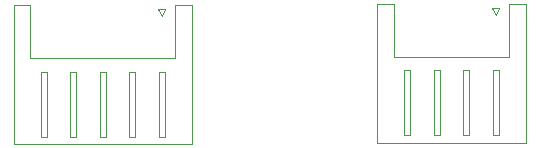
<source format=gbr>
%TF.GenerationSoftware,KiCad,Pcbnew,7.0.11*%
%TF.CreationDate,2025-01-20T01:43:57+09:00*%
%TF.ProjectId,Relay,52656c61-792e-46b6-9963-61645f706362,rev?*%
%TF.SameCoordinates,Original*%
%TF.FileFunction,Legend,Bot*%
%TF.FilePolarity,Positive*%
%FSLAX46Y46*%
G04 Gerber Fmt 4.6, Leading zero omitted, Abs format (unit mm)*
G04 Created by KiCad (PCBNEW 7.0.11) date 2025-01-20 01:43:57*
%MOMM*%
%LPD*%
G01*
G04 APERTURE LIST*
%ADD10C,0.120000*%
G04 APERTURE END LIST*
D10*
%TO.C,J9*%
X175026000Y-106338000D02*
X175026000Y-94618000D01*
X175026000Y-94618000D02*
X173606000Y-94618000D01*
X173606000Y-99118000D02*
X168716000Y-99118000D01*
X173606000Y-94618000D02*
X173606000Y-99118000D01*
X172766000Y-94928000D02*
X172166000Y-94928000D01*
X172716000Y-105728000D02*
X172216000Y-105728000D01*
X172716000Y-100228000D02*
X172716000Y-105728000D01*
X172466000Y-95528000D02*
X172766000Y-94928000D01*
X172216000Y-105728000D02*
X172216000Y-100228000D01*
X172216000Y-100228000D02*
X172716000Y-100228000D01*
X172166000Y-94928000D02*
X172466000Y-95528000D01*
X170216000Y-105728000D02*
X169716000Y-105728000D01*
X170216000Y-100228000D02*
X170216000Y-105728000D01*
X169716000Y-105728000D02*
X169716000Y-100228000D01*
X169716000Y-100228000D02*
X170216000Y-100228000D01*
X168716000Y-106338000D02*
X175026000Y-106338000D01*
X168716000Y-106338000D02*
X162406000Y-106338000D01*
X167716000Y-105728000D02*
X167216000Y-105728000D01*
X167716000Y-100228000D02*
X167716000Y-105728000D01*
X167216000Y-105728000D02*
X167216000Y-100228000D01*
X167216000Y-100228000D02*
X167716000Y-100228000D01*
X165216000Y-105728000D02*
X164716000Y-105728000D01*
X165216000Y-100228000D02*
X165216000Y-105728000D01*
X164716000Y-105728000D02*
X164716000Y-100228000D01*
X164716000Y-100228000D02*
X165216000Y-100228000D01*
X163826000Y-99118000D02*
X168716000Y-99118000D01*
X163826000Y-94618000D02*
X163826000Y-99118000D01*
X162406000Y-106338000D02*
X162406000Y-94618000D01*
X162406000Y-94618000D02*
X163826000Y-94618000D01*
%TO.C,J2*%
X146752000Y-106444000D02*
X146752000Y-94724000D01*
X146752000Y-94724000D02*
X145332000Y-94724000D01*
X145332000Y-99224000D02*
X139192000Y-99224000D01*
X145332000Y-94724000D02*
X145332000Y-99224000D01*
X144492000Y-95034000D02*
X143892000Y-95034000D01*
X144442000Y-105834000D02*
X143942000Y-105834000D01*
X144442000Y-100334000D02*
X144442000Y-105834000D01*
X144192000Y-95634000D02*
X144492000Y-95034000D01*
X143942000Y-105834000D02*
X143942000Y-100334000D01*
X143942000Y-100334000D02*
X144442000Y-100334000D01*
X143892000Y-95034000D02*
X144192000Y-95634000D01*
X141942000Y-105834000D02*
X141442000Y-105834000D01*
X141942000Y-100334000D02*
X141942000Y-105834000D01*
X141442000Y-105834000D02*
X141442000Y-100334000D01*
X141442000Y-100334000D02*
X141942000Y-100334000D01*
X139442000Y-105834000D02*
X138942000Y-105834000D01*
X139442000Y-100334000D02*
X139442000Y-105834000D01*
X139192000Y-106444000D02*
X146752000Y-106444000D01*
X139192000Y-106444000D02*
X131632000Y-106444000D01*
X138942000Y-105834000D02*
X138942000Y-100334000D01*
X138942000Y-100334000D02*
X139442000Y-100334000D01*
X136942000Y-105834000D02*
X136442000Y-105834000D01*
X136942000Y-100334000D02*
X136942000Y-105834000D01*
X136442000Y-105834000D02*
X136442000Y-100334000D01*
X136442000Y-100334000D02*
X136942000Y-100334000D01*
X134442000Y-105834000D02*
X133942000Y-105834000D01*
X134442000Y-100334000D02*
X134442000Y-105834000D01*
X133942000Y-105834000D02*
X133942000Y-100334000D01*
X133942000Y-100334000D02*
X134442000Y-100334000D01*
X133052000Y-99224000D02*
X139192000Y-99224000D01*
X133052000Y-94724000D02*
X133052000Y-99224000D01*
X131632000Y-106444000D02*
X131632000Y-94724000D01*
X131632000Y-94724000D02*
X133052000Y-94724000D01*
%TD*%
M02*

</source>
